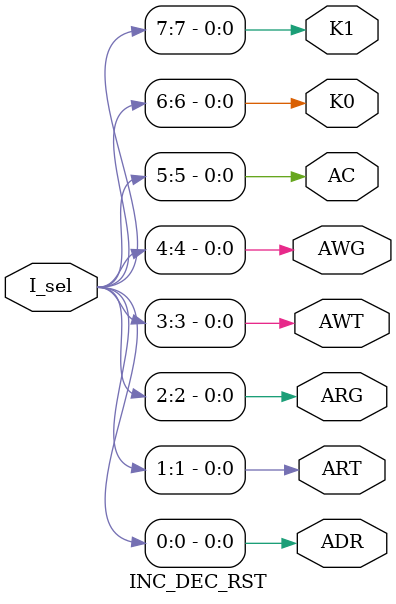
<source format=v>
module INC_DEC_RST(I_sel,ADR,ART,ARG,AWT,AWG,AC,K0,K1);

input [7:0] I_sel;
output ADR,ART,ARG,AWT,AWG,AC,K0,K1;

assign ADR = I_sel[0];
assign ART = I_sel[1];
assign ARG = I_sel[2];
assign AWT = I_sel[3];
assign AWG = I_sel[4];
assign AC  = I_sel[5];
assign K0  = I_sel[6];
assign K1  = I_sel[7];

endmodule

</source>
